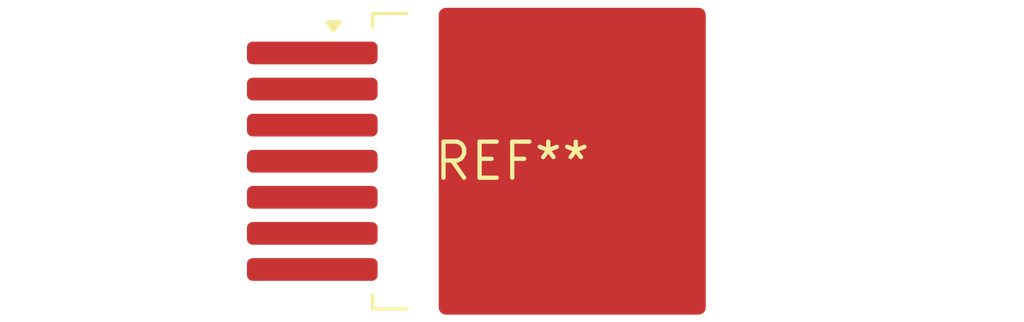
<source format=kicad_pcb>
(kicad_pcb (version 20240108) (generator pcbnew)
  (layers (0 "F.Cu" signal) (31 "B.Cu" signal) (34 "B.Paste" user) (35 "F.Paste" user) (36 "B.SilkS" user "B.Silkscreen") (37 "F.SilkS" user "F.Silkscreen") (38 "B.Mask" user) (39 "F.Mask" user) (44 "Edge.Cuts" user))
  (net 0 "")
  (footprint "Infineon_PG-TO-220-7Lead_TabPin8" (layer "F.Cu") (at 0 0)
    (property "Reference" "REF**")
    (property "Value" "Infineon_PG-TO-220-7Lead_TabPin8")
    (fp_line (start -4.9125 -5.2) (end -3.7125 -5.2) (layer "F.SilkS") (stroke (width 0.12)))
    (fp_line (start -4.9125 -4.7) (end -4.9125 -5.2) (layer "F.SilkS") (stroke (width 0.12)))
    (fp_line (start -4.9125 4.7) (end -4.9125 4.8) (layer "F.SilkS") (stroke (width 0.12)))
    (fp_line (start -4.9125 5.2) (end -4.9125 4.8) (layer "F.SilkS") (stroke (width 0.12)))
    (fp_line (start -3.7125 5.2) (end -4.9125 5.2) (layer "F.SilkS") (stroke (width 0.12)))
    (fp_poly (pts (xy -6.29 -4.58) (xy -6.05 -4.91) (xy -6.53 -4.91) (xy -6.29 -4.58)) (layer "F.SilkS") (stroke (width 0.12)) (fill solid))
    (pad "1" smd roundrect (at -7.0375 -3.81) (size 4.6 0.8) (layers "F.Cu" "F.Paste" "F.Mask"))
    (pad "2" smd roundrect (at -7.0375 -2.54) (size 4.6 0.8) (layers "F.Cu" "F.Paste" "F.Mask"))
    (pad "3" smd roundrect (at -7.0375 -1.27) (size 4.6 0.8) (layers "F.Cu" "F.Paste" "F.Mask"))
    (pad "4" smd roundrect (at -7.0375 0) (size 4.6 0.8) (layers "F.Cu" "F.Paste" "F.Mask"))
    (pad "5" smd roundrect (at -7.0375 1.27) (size 4.6 0.8) (layers "F.Cu" "F.Paste" "F.Mask"))
    (pad "6" smd roundrect (at -7.0375 2.54) (size 4.6 0.8) (layers "F.Cu" "F.Paste" "F.Mask"))
    (pad "7" smd roundrect (at -7.0375 3.81) (size 4.6 0.8) (layers "F.Cu" "F.Paste" "F.Mask"))
    (pad "8" smd roundrect (at 2.1125 0) (size 9.4 10.8) (layers "F.Cu" "F.Mask") (roundrect_rratio 0.02659574468))
  )
)
</source>
